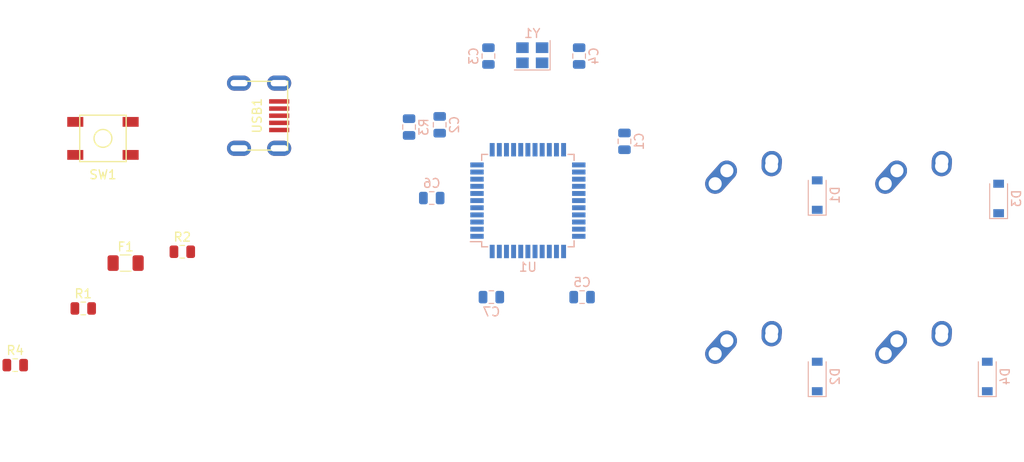
<source format=kicad_pcb>
(kicad_pcb (version 20171130) (host pcbnew "(5.1.4)-1")

  (general
    (thickness 1.6)
    (drawings 0)
    (tracks 0)
    (zones 0)
    (modules 24)
    (nets 49)
  )

  (page A4)
  (layers
    (0 F.Cu signal)
    (31 B.Cu signal)
    (32 B.Adhes user)
    (33 F.Adhes user)
    (34 B.Paste user)
    (35 F.Paste user)
    (36 B.SilkS user)
    (37 F.SilkS user)
    (38 B.Mask user)
    (39 F.Mask user)
    (40 Dwgs.User user)
    (41 Cmts.User user)
    (42 Eco1.User user)
    (43 Eco2.User user)
    (44 Edge.Cuts user)
    (45 Margin user)
    (46 B.CrtYd user)
    (47 F.CrtYd user)
    (48 B.Fab user)
    (49 F.Fab user)
  )

  (setup
    (last_trace_width 0.25)
    (trace_clearance 0.2)
    (zone_clearance 0.508)
    (zone_45_only no)
    (trace_min 0.2)
    (via_size 0.8)
    (via_drill 0.4)
    (via_min_size 0.4)
    (via_min_drill 0.3)
    (uvia_size 0.3)
    (uvia_drill 0.1)
    (uvias_allowed no)
    (uvia_min_size 0.2)
    (uvia_min_drill 0.1)
    (edge_width 0.05)
    (segment_width 0.2)
    (pcb_text_width 0.3)
    (pcb_text_size 1.5 1.5)
    (mod_edge_width 0.12)
    (mod_text_size 1 1)
    (mod_text_width 0.15)
    (pad_size 1.524 1.524)
    (pad_drill 0.762)
    (pad_to_mask_clearance 0.051)
    (solder_mask_min_width 0.25)
    (aux_axis_origin 0 0)
    (visible_elements FFFFFF7F)
    (pcbplotparams
      (layerselection 0x010fc_ffffffff)
      (usegerberextensions false)
      (usegerberattributes false)
      (usegerberadvancedattributes false)
      (creategerberjobfile false)
      (excludeedgelayer true)
      (linewidth 0.100000)
      (plotframeref false)
      (viasonmask false)
      (mode 1)
      (useauxorigin false)
      (hpglpennumber 1)
      (hpglpenspeed 20)
      (hpglpendiameter 15.000000)
      (psnegative false)
      (psa4output false)
      (plotreference true)
      (plotvalue true)
      (plotinvisibletext false)
      (padsonsilk false)
      (subtractmaskfromsilk false)
      (outputformat 1)
      (mirror false)
      (drillshape 1)
      (scaleselection 1)
      (outputdirectory ""))
  )

  (net 0 "")
  (net 1 GND)
  (net 2 +5V)
  (net 3 "Net-(C3-Pad1)")
  (net 4 "Net-(C4-Pad1)")
  (net 5 "Net-(C6-Pad1)")
  (net 6 "Net-(D1-Pad2)")
  (net 7 ROW0)
  (net 8 "Net-(D2-Pad2)")
  (net 9 ROW1)
  (net 10 "Net-(D3-Pad2)")
  (net 11 "Net-(D4-Pad2)")
  (net 12 VCC)
  (net 13 COL0)
  (net 14 COL1)
  (net 15 D-)
  (net 16 "Net-(R1-Pad1)")
  (net 17 D+)
  (net 18 "Net-(R2-Pad1)")
  (net 19 "Net-(R3-Pad2)")
  (net 20 "Net-(R4-Pad2)")
  (net 21 "Net-(U1-Pad42)")
  (net 22 "Net-(U1-Pad41)")
  (net 23 "Net-(U1-Pad40)")
  (net 24 "Net-(U1-Pad39)")
  (net 25 "Net-(U1-Pad38)")
  (net 26 "Net-(U1-Pad37)")
  (net 27 "Net-(U1-Pad36)")
  (net 28 "Net-(U1-Pad32)")
  (net 29 "Net-(U1-Pad31)")
  (net 30 "Net-(U1-Pad30)")
  (net 31 "Net-(U1-Pad29)")
  (net 32 "Net-(U1-Pad28)")
  (net 33 "Net-(U1-Pad27)")
  (net 34 "Net-(U1-Pad26)")
  (net 35 "Net-(U1-Pad25)")
  (net 36 "Net-(U1-Pad22)")
  (net 37 "Net-(U1-Pad21)")
  (net 38 "Net-(U1-Pad20)")
  (net 39 "Net-(U1-Pad19)")
  (net 40 "Net-(U1-Pad18)")
  (net 41 "Net-(U1-Pad12)")
  (net 42 "Net-(U1-Pad11)")
  (net 43 "Net-(U1-Pad10)")
  (net 44 "Net-(U1-Pad9)")
  (net 45 "Net-(U1-Pad8)")
  (net 46 "Net-(U1-Pad1)")
  (net 47 "Net-(USB1-Pad6)")
  (net 48 "Net-(USB1-Pad2)")

  (net_class Default "This is the default net class."
    (clearance 0.2)
    (trace_width 0.25)
    (via_dia 0.8)
    (via_drill 0.4)
    (uvia_dia 0.3)
    (uvia_drill 0.1)
    (add_net +5V)
    (add_net COL0)
    (add_net COL1)
    (add_net D+)
    (add_net D-)
    (add_net GND)
    (add_net "Net-(C3-Pad1)")
    (add_net "Net-(C4-Pad1)")
    (add_net "Net-(C6-Pad1)")
    (add_net "Net-(D1-Pad2)")
    (add_net "Net-(D2-Pad2)")
    (add_net "Net-(D3-Pad2)")
    (add_net "Net-(D4-Pad2)")
    (add_net "Net-(R1-Pad1)")
    (add_net "Net-(R2-Pad1)")
    (add_net "Net-(R3-Pad2)")
    (add_net "Net-(R4-Pad2)")
    (add_net "Net-(U1-Pad1)")
    (add_net "Net-(U1-Pad10)")
    (add_net "Net-(U1-Pad11)")
    (add_net "Net-(U1-Pad12)")
    (add_net "Net-(U1-Pad18)")
    (add_net "Net-(U1-Pad19)")
    (add_net "Net-(U1-Pad20)")
    (add_net "Net-(U1-Pad21)")
    (add_net "Net-(U1-Pad22)")
    (add_net "Net-(U1-Pad25)")
    (add_net "Net-(U1-Pad26)")
    (add_net "Net-(U1-Pad27)")
    (add_net "Net-(U1-Pad28)")
    (add_net "Net-(U1-Pad29)")
    (add_net "Net-(U1-Pad30)")
    (add_net "Net-(U1-Pad31)")
    (add_net "Net-(U1-Pad32)")
    (add_net "Net-(U1-Pad36)")
    (add_net "Net-(U1-Pad37)")
    (add_net "Net-(U1-Pad38)")
    (add_net "Net-(U1-Pad39)")
    (add_net "Net-(U1-Pad40)")
    (add_net "Net-(U1-Pad41)")
    (add_net "Net-(U1-Pad42)")
    (add_net "Net-(U1-Pad8)")
    (add_net "Net-(U1-Pad9)")
    (add_net "Net-(USB1-Pad2)")
    (add_net "Net-(USB1-Pad6)")
    (add_net ROW0)
    (add_net ROW1)
    (add_net VCC)
  )

  (module Crystal:Crystal_SMD_3225-4Pin_3.2x2.5mm (layer B.Cu) (tedit 5A0FD1B2) (tstamp 66A8E80D)
    (at 159.85 46.57 180)
    (descr "SMD Crystal SERIES SMD3225/4 http://www.txccrystal.com/images/pdf/7m-accuracy.pdf, 3.2x2.5mm^2 package")
    (tags "SMD SMT crystal")
    (path /66AA5CD2)
    (attr smd)
    (fp_text reference Y1 (at 0 2.45) (layer B.SilkS)
      (effects (font (size 1 1) (thickness 0.15)) (justify mirror))
    )
    (fp_text value 16MHz (at 0 -2.45) (layer B.Fab)
      (effects (font (size 1 1) (thickness 0.15)) (justify mirror))
    )
    (fp_line (start 2.1 1.7) (end -2.1 1.7) (layer B.CrtYd) (width 0.05))
    (fp_line (start 2.1 -1.7) (end 2.1 1.7) (layer B.CrtYd) (width 0.05))
    (fp_line (start -2.1 -1.7) (end 2.1 -1.7) (layer B.CrtYd) (width 0.05))
    (fp_line (start -2.1 1.7) (end -2.1 -1.7) (layer B.CrtYd) (width 0.05))
    (fp_line (start -2 -1.65) (end 2 -1.65) (layer B.SilkS) (width 0.12))
    (fp_line (start -2 1.65) (end -2 -1.65) (layer B.SilkS) (width 0.12))
    (fp_line (start -1.6 -0.25) (end -0.6 -1.25) (layer B.Fab) (width 0.1))
    (fp_line (start 1.6 1.25) (end -1.6 1.25) (layer B.Fab) (width 0.1))
    (fp_line (start 1.6 -1.25) (end 1.6 1.25) (layer B.Fab) (width 0.1))
    (fp_line (start -1.6 -1.25) (end 1.6 -1.25) (layer B.Fab) (width 0.1))
    (fp_line (start -1.6 1.25) (end -1.6 -1.25) (layer B.Fab) (width 0.1))
    (fp_text user %R (at 0 0) (layer B.Fab)
      (effects (font (size 0.7 0.7) (thickness 0.105)) (justify mirror))
    )
    (pad 4 smd rect (at -1.1 0.85 180) (size 1.4 1.2) (layers B.Cu B.Paste B.Mask)
      (net 1 GND))
    (pad 3 smd rect (at 1.1 0.85 180) (size 1.4 1.2) (layers B.Cu B.Paste B.Mask)
      (net 4 "Net-(C4-Pad1)"))
    (pad 2 smd rect (at 1.1 -0.85 180) (size 1.4 1.2) (layers B.Cu B.Paste B.Mask)
      (net 1 GND))
    (pad 1 smd rect (at -1.1 -0.85 180) (size 1.4 1.2) (layers B.Cu B.Paste B.Mask)
      (net 3 "Net-(C3-Pad1)"))
    (model ${KISYS3DMOD}/Crystal.3dshapes/Crystal_SMD_3225-4Pin_3.2x2.5mm.wrl
      (at (xyz 0 0 0))
      (scale (xyz 1 1 1))
      (rotate (xyz 0 0 0))
    )
  )

  (module random-keyboard-parts:Molex-0548190589 (layer F.Cu) (tedit 5C494815) (tstamp 66A8E7F9)
    (at 127 53.34)
    (path /66AB82C3)
    (attr smd)
    (fp_text reference USB1 (at 2.032 0 90) (layer F.SilkS)
      (effects (font (size 1 1) (thickness 0.15)))
    )
    (fp_text value Molex-0548190589 (at -5.08 0 90) (layer Dwgs.User)
      (effects (font (size 1 1) (thickness 0.15)))
    )
    (fp_text user %R (at 2 0 90) (layer F.CrtYd)
      (effects (font (size 1 1) (thickness 0.15)))
    )
    (fp_line (start 3.25 -1.25) (end 5.5 -1.25) (layer F.CrtYd) (width 0.15))
    (fp_line (start 5.5 -0.5) (end 3.25 -0.5) (layer F.CrtYd) (width 0.15))
    (fp_line (start 3.25 0.5) (end 5.5 0.5) (layer F.CrtYd) (width 0.15))
    (fp_line (start 5.5 1.25) (end 3.25 1.25) (layer F.CrtYd) (width 0.15))
    (fp_line (start 3.25 2) (end 5.5 2) (layer F.CrtYd) (width 0.15))
    (fp_line (start 3.25 -2) (end 3.25 2) (layer F.CrtYd) (width 0.15))
    (fp_line (start 5.5 -2) (end 3.25 -2) (layer F.CrtYd) (width 0.15))
    (fp_line (start -3.75 3.75) (end -3.75 -3.75) (layer F.CrtYd) (width 0.15))
    (fp_line (start 5.5 3.75) (end -3.75 3.75) (layer F.CrtYd) (width 0.15))
    (fp_line (start 5.5 -3.75) (end 5.5 3.75) (layer F.CrtYd) (width 0.15))
    (fp_line (start -3.75 -3.75) (end 5.5 -3.75) (layer F.CrtYd) (width 0.15))
    (fp_line (start 0 -3.85) (end 5.45 -3.85) (layer F.SilkS) (width 0.15))
    (fp_line (start 0 3.85) (end 5.45 3.85) (layer F.SilkS) (width 0.15))
    (fp_line (start 5.45 -3.85) (end 5.45 3.85) (layer F.SilkS) (width 0.15))
    (fp_line (start -3.75 -3.85) (end 0 -3.85) (layer Dwgs.User) (width 0.15))
    (fp_line (start -3.75 3.85) (end 0 3.85) (layer Dwgs.User) (width 0.15))
    (fp_line (start -1.75 -4.572) (end -1.75 4.572) (layer Dwgs.User) (width 0.15))
    (fp_line (start -3.75 -3.85) (end -3.75 3.85) (layer Dwgs.User) (width 0.15))
    (pad 6 thru_hole oval (at 0 -3.65) (size 2.7 1.7) (drill oval 1.9 0.7) (layers *.Cu *.Mask)
      (net 47 "Net-(USB1-Pad6)"))
    (pad 6 thru_hole oval (at 0 3.65) (size 2.7 1.7) (drill oval 1.9 0.7) (layers *.Cu *.Mask)
      (net 47 "Net-(USB1-Pad6)"))
    (pad 6 thru_hole oval (at 4.5 3.65) (size 2.7 1.7) (drill oval 1.9 0.7) (layers *.Cu *.Mask)
      (net 47 "Net-(USB1-Pad6)"))
    (pad 6 thru_hole oval (at 4.5 -3.65) (size 2.7 1.7) (drill oval 1.9 0.7) (layers *.Cu *.Mask)
      (net 47 "Net-(USB1-Pad6)"))
    (pad 5 smd rect (at 4.5 -1.6) (size 2.25 0.5) (layers F.Cu F.Paste F.Mask)
      (net 12 VCC))
    (pad 4 smd rect (at 4.5 -0.8) (size 2.25 0.5) (layers F.Cu F.Paste F.Mask)
      (net 15 D-))
    (pad 3 smd rect (at 4.5 0) (size 2.25 0.5) (layers F.Cu F.Paste F.Mask)
      (net 17 D+))
    (pad 2 smd rect (at 4.5 0.8) (size 2.25 0.5) (layers F.Cu F.Paste F.Mask)
      (net 48 "Net-(USB1-Pad2)"))
    (pad 1 smd rect (at 4.5 1.6) (size 2.25 0.5) (layers F.Cu F.Paste F.Mask)
      (net 1 GND))
  )

  (module Package_QFP:TQFP-44_10x10mm_P0.8mm (layer B.Cu) (tedit 5A02F146) (tstamp 66A8E7D9)
    (at 159.36 62.85)
    (descr "44-Lead Plastic Thin Quad Flatpack (PT) - 10x10x1.0 mm Body [TQFP] (see Microchip Packaging Specification 00000049BS.pdf)")
    (tags "QFP 0.8")
    (path /66A88D70)
    (attr smd)
    (fp_text reference U1 (at 0 7.45) (layer B.SilkS)
      (effects (font (size 1 1) (thickness 0.15)) (justify mirror))
    )
    (fp_text value ATmega32U4-AU (at 0 -7.45) (layer B.Fab)
      (effects (font (size 1 1) (thickness 0.15)) (justify mirror))
    )
    (fp_line (start -5.175 4.6) (end -6.45 4.6) (layer B.SilkS) (width 0.15))
    (fp_line (start 5.175 5.175) (end 4.5 5.175) (layer B.SilkS) (width 0.15))
    (fp_line (start 5.175 -5.175) (end 4.5 -5.175) (layer B.SilkS) (width 0.15))
    (fp_line (start -5.175 -5.175) (end -4.5 -5.175) (layer B.SilkS) (width 0.15))
    (fp_line (start -5.175 5.175) (end -4.5 5.175) (layer B.SilkS) (width 0.15))
    (fp_line (start -5.175 -5.175) (end -5.175 -4.5) (layer B.SilkS) (width 0.15))
    (fp_line (start 5.175 -5.175) (end 5.175 -4.5) (layer B.SilkS) (width 0.15))
    (fp_line (start 5.175 5.175) (end 5.175 4.5) (layer B.SilkS) (width 0.15))
    (fp_line (start -5.175 5.175) (end -5.175 4.6) (layer B.SilkS) (width 0.15))
    (fp_line (start -6.7 -6.7) (end 6.7 -6.7) (layer B.CrtYd) (width 0.05))
    (fp_line (start -6.7 6.7) (end 6.7 6.7) (layer B.CrtYd) (width 0.05))
    (fp_line (start 6.7 6.7) (end 6.7 -6.7) (layer B.CrtYd) (width 0.05))
    (fp_line (start -6.7 6.7) (end -6.7 -6.7) (layer B.CrtYd) (width 0.05))
    (fp_line (start -5 4) (end -4 5) (layer B.Fab) (width 0.15))
    (fp_line (start -5 -5) (end -5 4) (layer B.Fab) (width 0.15))
    (fp_line (start 5 -5) (end -5 -5) (layer B.Fab) (width 0.15))
    (fp_line (start 5 5) (end 5 -5) (layer B.Fab) (width 0.15))
    (fp_line (start -4 5) (end 5 5) (layer B.Fab) (width 0.15))
    (fp_text user %R (at 0 0) (layer B.Fab)
      (effects (font (size 1 1) (thickness 0.15)) (justify mirror))
    )
    (pad 44 smd rect (at -4 5.7 270) (size 1.5 0.55) (layers B.Cu B.Paste B.Mask)
      (net 2 +5V))
    (pad 43 smd rect (at -3.2 5.7 270) (size 1.5 0.55) (layers B.Cu B.Paste B.Mask)
      (net 1 GND))
    (pad 42 smd rect (at -2.4 5.7 270) (size 1.5 0.55) (layers B.Cu B.Paste B.Mask)
      (net 21 "Net-(U1-Pad42)"))
    (pad 41 smd rect (at -1.6 5.7 270) (size 1.5 0.55) (layers B.Cu B.Paste B.Mask)
      (net 22 "Net-(U1-Pad41)"))
    (pad 40 smd rect (at -0.8 5.7 270) (size 1.5 0.55) (layers B.Cu B.Paste B.Mask)
      (net 23 "Net-(U1-Pad40)"))
    (pad 39 smd rect (at 0 5.7 270) (size 1.5 0.55) (layers B.Cu B.Paste B.Mask)
      (net 24 "Net-(U1-Pad39)"))
    (pad 38 smd rect (at 0.8 5.7 270) (size 1.5 0.55) (layers B.Cu B.Paste B.Mask)
      (net 25 "Net-(U1-Pad38)"))
    (pad 37 smd rect (at 1.6 5.7 270) (size 1.5 0.55) (layers B.Cu B.Paste B.Mask)
      (net 26 "Net-(U1-Pad37)"))
    (pad 36 smd rect (at 2.4 5.7 270) (size 1.5 0.55) (layers B.Cu B.Paste B.Mask)
      (net 27 "Net-(U1-Pad36)"))
    (pad 35 smd rect (at 3.2 5.7 270) (size 1.5 0.55) (layers B.Cu B.Paste B.Mask)
      (net 1 GND))
    (pad 34 smd rect (at 4 5.7 270) (size 1.5 0.55) (layers B.Cu B.Paste B.Mask)
      (net 2 +5V))
    (pad 33 smd rect (at 5.7 4) (size 1.5 0.55) (layers B.Cu B.Paste B.Mask)
      (net 20 "Net-(R4-Pad2)"))
    (pad 32 smd rect (at 5.7 3.2) (size 1.5 0.55) (layers B.Cu B.Paste B.Mask)
      (net 28 "Net-(U1-Pad32)"))
    (pad 31 smd rect (at 5.7 2.4) (size 1.5 0.55) (layers B.Cu B.Paste B.Mask)
      (net 29 "Net-(U1-Pad31)"))
    (pad 30 smd rect (at 5.7 1.6) (size 1.5 0.55) (layers B.Cu B.Paste B.Mask)
      (net 30 "Net-(U1-Pad30)"))
    (pad 29 smd rect (at 5.7 0.8) (size 1.5 0.55) (layers B.Cu B.Paste B.Mask)
      (net 31 "Net-(U1-Pad29)"))
    (pad 28 smd rect (at 5.7 0) (size 1.5 0.55) (layers B.Cu B.Paste B.Mask)
      (net 32 "Net-(U1-Pad28)"))
    (pad 27 smd rect (at 5.7 -0.8) (size 1.5 0.55) (layers B.Cu B.Paste B.Mask)
      (net 33 "Net-(U1-Pad27)"))
    (pad 26 smd rect (at 5.7 -1.6) (size 1.5 0.55) (layers B.Cu B.Paste B.Mask)
      (net 34 "Net-(U1-Pad26)"))
    (pad 25 smd rect (at 5.7 -2.4) (size 1.5 0.55) (layers B.Cu B.Paste B.Mask)
      (net 35 "Net-(U1-Pad25)"))
    (pad 24 smd rect (at 5.7 -3.2) (size 1.5 0.55) (layers B.Cu B.Paste B.Mask)
      (net 2 +5V))
    (pad 23 smd rect (at 5.7 -4) (size 1.5 0.55) (layers B.Cu B.Paste B.Mask)
      (net 1 GND))
    (pad 22 smd rect (at 4 -5.7 270) (size 1.5 0.55) (layers B.Cu B.Paste B.Mask)
      (net 36 "Net-(U1-Pad22)"))
    (pad 21 smd rect (at 3.2 -5.7 270) (size 1.5 0.55) (layers B.Cu B.Paste B.Mask)
      (net 37 "Net-(U1-Pad21)"))
    (pad 20 smd rect (at 2.4 -5.7 270) (size 1.5 0.55) (layers B.Cu B.Paste B.Mask)
      (net 38 "Net-(U1-Pad20)"))
    (pad 19 smd rect (at 1.6 -5.7 270) (size 1.5 0.55) (layers B.Cu B.Paste B.Mask)
      (net 39 "Net-(U1-Pad19)"))
    (pad 18 smd rect (at 0.8 -5.7 270) (size 1.5 0.55) (layers B.Cu B.Paste B.Mask)
      (net 40 "Net-(U1-Pad18)"))
    (pad 17 smd rect (at 0 -5.7 270) (size 1.5 0.55) (layers B.Cu B.Paste B.Mask)
      (net 3 "Net-(C3-Pad1)"))
    (pad 16 smd rect (at -0.8 -5.7 270) (size 1.5 0.55) (layers B.Cu B.Paste B.Mask)
      (net 4 "Net-(C4-Pad1)"))
    (pad 15 smd rect (at -1.6 -5.7 270) (size 1.5 0.55) (layers B.Cu B.Paste B.Mask)
      (net 1 GND))
    (pad 14 smd rect (at -2.4 -5.7 270) (size 1.5 0.55) (layers B.Cu B.Paste B.Mask)
      (net 2 +5V))
    (pad 13 smd rect (at -3.2 -5.7 270) (size 1.5 0.55) (layers B.Cu B.Paste B.Mask)
      (net 19 "Net-(R3-Pad2)"))
    (pad 12 smd rect (at -4 -5.7 270) (size 1.5 0.55) (layers B.Cu B.Paste B.Mask)
      (net 41 "Net-(U1-Pad12)"))
    (pad 11 smd rect (at -5.7 -4) (size 1.5 0.55) (layers B.Cu B.Paste B.Mask)
      (net 42 "Net-(U1-Pad11)"))
    (pad 10 smd rect (at -5.7 -3.2) (size 1.5 0.55) (layers B.Cu B.Paste B.Mask)
      (net 43 "Net-(U1-Pad10)"))
    (pad 9 smd rect (at -5.7 -2.4) (size 1.5 0.55) (layers B.Cu B.Paste B.Mask)
      (net 44 "Net-(U1-Pad9)"))
    (pad 8 smd rect (at -5.7 -1.6) (size 1.5 0.55) (layers B.Cu B.Paste B.Mask)
      (net 45 "Net-(U1-Pad8)"))
    (pad 7 smd rect (at -5.7 -0.8) (size 1.5 0.55) (layers B.Cu B.Paste B.Mask)
      (net 2 +5V))
    (pad 6 smd rect (at -5.7 0) (size 1.5 0.55) (layers B.Cu B.Paste B.Mask)
      (net 5 "Net-(C6-Pad1)"))
    (pad 5 smd rect (at -5.7 0.8) (size 1.5 0.55) (layers B.Cu B.Paste B.Mask)
      (net 1 GND))
    (pad 4 smd rect (at -5.7 1.6) (size 1.5 0.55) (layers B.Cu B.Paste B.Mask)
      (net 18 "Net-(R2-Pad1)"))
    (pad 3 smd rect (at -5.7 2.4) (size 1.5 0.55) (layers B.Cu B.Paste B.Mask)
      (net 16 "Net-(R1-Pad1)"))
    (pad 2 smd rect (at -5.7 3.2) (size 1.5 0.55) (layers B.Cu B.Paste B.Mask)
      (net 2 +5V))
    (pad 1 smd rect (at -5.7 4) (size 1.5 0.55) (layers B.Cu B.Paste B.Mask)
      (net 46 "Net-(U1-Pad1)"))
    (model ${KISYS3DMOD}/Package_QFP.3dshapes/TQFP-44_10x10mm_P0.8mm.wrl
      (at (xyz 0 0 0))
      (scale (xyz 1 1 1))
      (rotate (xyz 0 0 0))
    )
  )

  (module random-keyboard-parts:SKQG-1155865 (layer F.Cu) (tedit 5E62B398) (tstamp 66A8E796)
    (at 111.76 55.88)
    (path /66AB041C)
    (attr smd)
    (fp_text reference SW1 (at 0 4.064) (layer F.SilkS)
      (effects (font (size 1 1) (thickness 0.15)))
    )
    (fp_text value SW_Push (at 0 -4.064) (layer F.Fab)
      (effects (font (size 1 1) (thickness 0.15)))
    )
    (fp_line (start -2.6 -2.6) (end 2.6 -2.6) (layer F.SilkS) (width 0.15))
    (fp_line (start 2.6 -2.6) (end 2.6 2.6) (layer F.SilkS) (width 0.15))
    (fp_line (start 2.6 2.6) (end -2.6 2.6) (layer F.SilkS) (width 0.15))
    (fp_line (start -2.6 2.6) (end -2.6 -2.6) (layer F.SilkS) (width 0.15))
    (fp_circle (center 0 0) (end 1 0) (layer F.SilkS) (width 0.15))
    (fp_line (start -4.2 -2.6) (end 4.2 -2.6) (layer F.Fab) (width 0.15))
    (fp_line (start 4.2 -2.6) (end 4.2 -1.2) (layer F.Fab) (width 0.15))
    (fp_line (start 4.2 -1.1) (end 2.6 -1.1) (layer F.Fab) (width 0.15))
    (fp_line (start 2.6 -1.1) (end 2.6 1.1) (layer F.Fab) (width 0.15))
    (fp_line (start 2.6 1.1) (end 4.2 1.1) (layer F.Fab) (width 0.15))
    (fp_line (start 4.2 1.1) (end 4.2 2.6) (layer F.Fab) (width 0.15))
    (fp_line (start 4.2 2.6) (end -4.2 2.6) (layer F.Fab) (width 0.15))
    (fp_line (start -4.2 2.6) (end -4.2 1.1) (layer F.Fab) (width 0.15))
    (fp_line (start -4.2 1.1) (end -2.6 1.1) (layer F.Fab) (width 0.15))
    (fp_line (start -2.6 1.1) (end -2.6 -1.1) (layer F.Fab) (width 0.15))
    (fp_line (start -2.6 -1.1) (end -4.2 -1.1) (layer F.Fab) (width 0.15))
    (fp_line (start -4.2 -1.1) (end -4.2 -2.6) (layer F.Fab) (width 0.15))
    (fp_circle (center 0 0) (end 1 0) (layer F.Fab) (width 0.15))
    (fp_line (start -2.6 -1.1) (end -1.1 -2.6) (layer F.Fab) (width 0.15))
    (fp_line (start 2.6 -1.1) (end 1.1 -2.6) (layer F.Fab) (width 0.15))
    (fp_line (start 2.6 1.1) (end 1.1 2.6) (layer F.Fab) (width 0.15))
    (fp_line (start -2.6 1.1) (end -1.1 2.6) (layer F.Fab) (width 0.15))
    (pad 4 smd rect (at -3.1 1.85) (size 1.8 1.1) (layers F.Cu F.Paste F.Mask))
    (pad 3 smd rect (at 3.1 -1.85) (size 1.8 1.1) (layers F.Cu F.Paste F.Mask))
    (pad 2 smd rect (at -3.1 -1.85) (size 1.8 1.1) (layers F.Cu F.Paste F.Mask)
      (net 19 "Net-(R3-Pad2)"))
    (pad 1 smd rect (at 3.1 1.85) (size 1.8 1.1) (layers F.Cu F.Paste F.Mask)
      (net 1 GND))
    (model ${KISYS3DMOD}/Button_Switch_SMD.3dshapes/SW_SPST_TL3342.step
      (at (xyz 0 0 0))
      (scale (xyz 1 1 1))
      (rotate (xyz 0 0 0))
    )
  )

  (module Resistor_SMD:R_0805_2012Metric (layer F.Cu) (tedit 5B36C52B) (tstamp 66A8E778)
    (at 101.9325 81.28)
    (descr "Resistor SMD 0805 (2012 Metric), square (rectangular) end terminal, IPC_7351 nominal, (Body size source: https://docs.google.com/spreadsheets/d/1BsfQQcO9C6DZCsRaXUlFlo91Tg2WpOkGARC1WS5S8t0/edit?usp=sharing), generated with kicad-footprint-generator")
    (tags resistor)
    (path /66A94B6E)
    (attr smd)
    (fp_text reference R4 (at 0 -1.65) (layer F.SilkS)
      (effects (font (size 1 1) (thickness 0.15)))
    )
    (fp_text value 10k (at 0 1.65) (layer F.Fab)
      (effects (font (size 1 1) (thickness 0.15)))
    )
    (fp_text user %R (at 0 0) (layer F.Fab)
      (effects (font (size 0.5 0.5) (thickness 0.08)))
    )
    (fp_line (start 1.68 0.95) (end -1.68 0.95) (layer F.CrtYd) (width 0.05))
    (fp_line (start 1.68 -0.95) (end 1.68 0.95) (layer F.CrtYd) (width 0.05))
    (fp_line (start -1.68 -0.95) (end 1.68 -0.95) (layer F.CrtYd) (width 0.05))
    (fp_line (start -1.68 0.95) (end -1.68 -0.95) (layer F.CrtYd) (width 0.05))
    (fp_line (start -0.258578 0.71) (end 0.258578 0.71) (layer F.SilkS) (width 0.12))
    (fp_line (start -0.258578 -0.71) (end 0.258578 -0.71) (layer F.SilkS) (width 0.12))
    (fp_line (start 1 0.6) (end -1 0.6) (layer F.Fab) (width 0.1))
    (fp_line (start 1 -0.6) (end 1 0.6) (layer F.Fab) (width 0.1))
    (fp_line (start -1 -0.6) (end 1 -0.6) (layer F.Fab) (width 0.1))
    (fp_line (start -1 0.6) (end -1 -0.6) (layer F.Fab) (width 0.1))
    (pad 2 smd roundrect (at 0.9375 0) (size 0.975 1.4) (layers F.Cu F.Paste F.Mask) (roundrect_rratio 0.25)
      (net 20 "Net-(R4-Pad2)"))
    (pad 1 smd roundrect (at -0.9375 0) (size 0.975 1.4) (layers F.Cu F.Paste F.Mask) (roundrect_rratio 0.25)
      (net 1 GND))
    (model ${KISYS3DMOD}/Resistor_SMD.3dshapes/R_0805_2012Metric.wrl
      (at (xyz 0 0 0))
      (scale (xyz 1 1 1))
      (rotate (xyz 0 0 0))
    )
  )

  (module Resistor_SMD:R_0805_2012Metric (layer B.Cu) (tedit 5B36C52B) (tstamp 66A8E767)
    (at 146.05 54.61 90)
    (descr "Resistor SMD 0805 (2012 Metric), square (rectangular) end terminal, IPC_7351 nominal, (Body size source: https://docs.google.com/spreadsheets/d/1BsfQQcO9C6DZCsRaXUlFlo91Tg2WpOkGARC1WS5S8t0/edit?usp=sharing), generated with kicad-footprint-generator")
    (tags resistor)
    (path /66AB2DA8)
    (attr smd)
    (fp_text reference R3 (at 0 1.65 270) (layer B.SilkS)
      (effects (font (size 1 1) (thickness 0.15)) (justify mirror))
    )
    (fp_text value 10k (at 0 -1.65 270) (layer B.Fab)
      (effects (font (size 1 1) (thickness 0.15)) (justify mirror))
    )
    (fp_text user %R (at -2.090001 0.6 270) (layer B.Fab)
      (effects (font (size 0.5 0.5) (thickness 0.08)) (justify mirror))
    )
    (fp_line (start 1.68 -0.95) (end -1.68 -0.95) (layer B.CrtYd) (width 0.05))
    (fp_line (start 1.68 0.95) (end 1.68 -0.95) (layer B.CrtYd) (width 0.05))
    (fp_line (start -1.68 0.95) (end 1.68 0.95) (layer B.CrtYd) (width 0.05))
    (fp_line (start -1.68 -0.95) (end -1.68 0.95) (layer B.CrtYd) (width 0.05))
    (fp_line (start -0.258578 -0.71) (end 0.258578 -0.71) (layer B.SilkS) (width 0.12))
    (fp_line (start -0.258578 0.71) (end 0.258578 0.71) (layer B.SilkS) (width 0.12))
    (fp_line (start 1 -0.6) (end -1 -0.6) (layer B.Fab) (width 0.1))
    (fp_line (start 1 0.6) (end 1 -0.6) (layer B.Fab) (width 0.1))
    (fp_line (start -1 0.6) (end 1 0.6) (layer B.Fab) (width 0.1))
    (fp_line (start -1 -0.6) (end -1 0.6) (layer B.Fab) (width 0.1))
    (pad 2 smd roundrect (at 0.9375 0 90) (size 0.975 1.4) (layers B.Cu B.Paste B.Mask) (roundrect_rratio 0.25)
      (net 19 "Net-(R3-Pad2)"))
    (pad 1 smd roundrect (at -0.9375 0 90) (size 0.975 1.4) (layers B.Cu B.Paste B.Mask) (roundrect_rratio 0.25)
      (net 2 +5V))
    (model ${KISYS3DMOD}/Resistor_SMD.3dshapes/R_0805_2012Metric.wrl
      (at (xyz 0 0 0))
      (scale (xyz 1 1 1))
      (rotate (xyz 0 0 0))
    )
  )

  (module Resistor_SMD:R_0805_2012Metric (layer F.Cu) (tedit 5B36C52B) (tstamp 66A8E756)
    (at 120.65 68.58)
    (descr "Resistor SMD 0805 (2012 Metric), square (rectangular) end terminal, IPC_7351 nominal, (Body size source: https://docs.google.com/spreadsheets/d/1BsfQQcO9C6DZCsRaXUlFlo91Tg2WpOkGARC1WS5S8t0/edit?usp=sharing), generated with kicad-footprint-generator")
    (tags resistor)
    (path /66A9666A)
    (attr smd)
    (fp_text reference R2 (at 0 -1.65) (layer F.SilkS)
      (effects (font (size 1 1) (thickness 0.15)))
    )
    (fp_text value 22k (at 0 1.65) (layer F.Fab)
      (effects (font (size 1 1) (thickness 0.15)))
    )
    (fp_text user %R (at 0 0) (layer F.Fab)
      (effects (font (size 0.5 0.5) (thickness 0.08)))
    )
    (fp_line (start 1.68 0.95) (end -1.68 0.95) (layer F.CrtYd) (width 0.05))
    (fp_line (start 1.68 -0.95) (end 1.68 0.95) (layer F.CrtYd) (width 0.05))
    (fp_line (start -1.68 -0.95) (end 1.68 -0.95) (layer F.CrtYd) (width 0.05))
    (fp_line (start -1.68 0.95) (end -1.68 -0.95) (layer F.CrtYd) (width 0.05))
    (fp_line (start -0.258578 0.71) (end 0.258578 0.71) (layer F.SilkS) (width 0.12))
    (fp_line (start -0.258578 -0.71) (end 0.258578 -0.71) (layer F.SilkS) (width 0.12))
    (fp_line (start 1 0.6) (end -1 0.6) (layer F.Fab) (width 0.1))
    (fp_line (start 1 -0.6) (end 1 0.6) (layer F.Fab) (width 0.1))
    (fp_line (start -1 -0.6) (end 1 -0.6) (layer F.Fab) (width 0.1))
    (fp_line (start -1 0.6) (end -1 -0.6) (layer F.Fab) (width 0.1))
    (pad 2 smd roundrect (at 0.9375 0) (size 0.975 1.4) (layers F.Cu F.Paste F.Mask) (roundrect_rratio 0.25)
      (net 17 D+))
    (pad 1 smd roundrect (at -0.9375 0) (size 0.975 1.4) (layers F.Cu F.Paste F.Mask) (roundrect_rratio 0.25)
      (net 18 "Net-(R2-Pad1)"))
    (model ${KISYS3DMOD}/Resistor_SMD.3dshapes/R_0805_2012Metric.wrl
      (at (xyz 0 0 0))
      (scale (xyz 1 1 1))
      (rotate (xyz 0 0 0))
    )
  )

  (module Resistor_SMD:R_0805_2012Metric (layer F.Cu) (tedit 5B36C52B) (tstamp 66A8E745)
    (at 109.5525 74.93)
    (descr "Resistor SMD 0805 (2012 Metric), square (rectangular) end terminal, IPC_7351 nominal, (Body size source: https://docs.google.com/spreadsheets/d/1BsfQQcO9C6DZCsRaXUlFlo91Tg2WpOkGARC1WS5S8t0/edit?usp=sharing), generated with kicad-footprint-generator")
    (tags resistor)
    (path /66A96F1E)
    (attr smd)
    (fp_text reference R1 (at 0 -1.65) (layer F.SilkS)
      (effects (font (size 1 1) (thickness 0.15)))
    )
    (fp_text value 22k (at 0 1.65) (layer F.Fab)
      (effects (font (size 1 1) (thickness 0.15)))
    )
    (fp_text user %R (at 0.9375 0) (layer F.Fab)
      (effects (font (size 0.5 0.5) (thickness 0.08)))
    )
    (fp_line (start 1.68 0.95) (end -1.68 0.95) (layer F.CrtYd) (width 0.05))
    (fp_line (start 1.68 -0.95) (end 1.68 0.95) (layer F.CrtYd) (width 0.05))
    (fp_line (start -1.68 -0.95) (end 1.68 -0.95) (layer F.CrtYd) (width 0.05))
    (fp_line (start -1.68 0.95) (end -1.68 -0.95) (layer F.CrtYd) (width 0.05))
    (fp_line (start -0.258578 0.71) (end 0.258578 0.71) (layer F.SilkS) (width 0.12))
    (fp_line (start -0.258578 -0.71) (end 0.258578 -0.71) (layer F.SilkS) (width 0.12))
    (fp_line (start 1 0.6) (end -1 0.6) (layer F.Fab) (width 0.1))
    (fp_line (start 1 -0.6) (end 1 0.6) (layer F.Fab) (width 0.1))
    (fp_line (start -1 -0.6) (end 1 -0.6) (layer F.Fab) (width 0.1))
    (fp_line (start -1 0.6) (end -1 -0.6) (layer F.Fab) (width 0.1))
    (pad 2 smd roundrect (at 0.9375 0) (size 0.975 1.4) (layers F.Cu F.Paste F.Mask) (roundrect_rratio 0.25)
      (net 15 D-))
    (pad 1 smd roundrect (at -0.9375 0) (size 0.975 1.4) (layers F.Cu F.Paste F.Mask) (roundrect_rratio 0.25)
      (net 16 "Net-(R1-Pad1)"))
    (model ${KISYS3DMOD}/Resistor_SMD.3dshapes/R_0805_2012Metric.wrl
      (at (xyz 0 0 0))
      (scale (xyz 1 1 1))
      (rotate (xyz 0 0 0))
    )
  )

  (module MX_Alps_Hybrid:MX-1U-NoLED (layer F.Cu) (tedit 5A9F5203) (tstamp 66A8E734)
    (at 203.2 63.5)
    (path /66ACF011)
    (fp_text reference MX4 (at 0 3.175) (layer Dwgs.User)
      (effects (font (size 1 1) (thickness 0.15)))
    )
    (fp_text value MX-NoLED (at 0 -7.9375) (layer Dwgs.User)
      (effects (font (size 1 1) (thickness 0.15)))
    )
    (fp_line (start -9.525 9.525) (end -9.525 -9.525) (layer Dwgs.User) (width 0.15))
    (fp_line (start 9.525 9.525) (end -9.525 9.525) (layer Dwgs.User) (width 0.15))
    (fp_line (start 9.525 -9.525) (end 9.525 9.525) (layer Dwgs.User) (width 0.15))
    (fp_line (start -9.525 -9.525) (end 9.525 -9.525) (layer Dwgs.User) (width 0.15))
    (fp_line (start -7 -7) (end -7 -5) (layer Dwgs.User) (width 0.15))
    (fp_line (start -5 -7) (end -7 -7) (layer Dwgs.User) (width 0.15))
    (fp_line (start -7 7) (end -5 7) (layer Dwgs.User) (width 0.15))
    (fp_line (start -7 5) (end -7 7) (layer Dwgs.User) (width 0.15))
    (fp_line (start 7 7) (end 7 5) (layer Dwgs.User) (width 0.15))
    (fp_line (start 5 7) (end 7 7) (layer Dwgs.User) (width 0.15))
    (fp_line (start 7 -7) (end 7 -5) (layer Dwgs.User) (width 0.15))
    (fp_line (start 5 -7) (end 7 -7) (layer Dwgs.User) (width 0.15))
    (pad "" np_thru_hole circle (at 5.08 0 48.0996) (size 1.75 1.75) (drill 1.75) (layers *.Cu *.Mask))
    (pad "" np_thru_hole circle (at -5.08 0 48.0996) (size 1.75 1.75) (drill 1.75) (layers *.Cu *.Mask))
    (pad 1 thru_hole circle (at -2.5 -4) (size 2.25 2.25) (drill 1.47) (layers *.Cu B.Mask)
      (net 14 COL1))
    (pad "" np_thru_hole circle (at 0 0) (size 3.9878 3.9878) (drill 3.9878) (layers *.Cu *.Mask))
    (pad 1 thru_hole oval (at -3.81 -2.54 48.0996) (size 4.211556 2.25) (drill 1.47 (offset 0.980778 0)) (layers *.Cu B.Mask)
      (net 14 COL1))
    (pad 2 thru_hole circle (at 2.54 -5.08) (size 2.25 2.25) (drill 1.47) (layers *.Cu B.Mask)
      (net 11 "Net-(D4-Pad2)"))
    (pad 2 thru_hole oval (at 2.5 -4.5 86.0548) (size 2.831378 2.25) (drill 1.47 (offset 0.290689 0)) (layers *.Cu B.Mask)
      (net 11 "Net-(D4-Pad2)"))
  )

  (module MX_Alps_Hybrid:MX-1U-NoLED (layer F.Cu) (tedit 5A9F5203) (tstamp 66A8E71D)
    (at 203.2 82.55)
    (path /66ACC2BF)
    (fp_text reference MX3 (at 0 3.175) (layer Dwgs.User)
      (effects (font (size 1 1) (thickness 0.15)))
    )
    (fp_text value MX-NoLED (at 0 -7.9375) (layer Dwgs.User)
      (effects (font (size 1 1) (thickness 0.15)))
    )
    (fp_line (start -9.525 9.525) (end -9.525 -9.525) (layer Dwgs.User) (width 0.15))
    (fp_line (start 9.525 9.525) (end -9.525 9.525) (layer Dwgs.User) (width 0.15))
    (fp_line (start 9.525 -9.525) (end 9.525 9.525) (layer Dwgs.User) (width 0.15))
    (fp_line (start -9.525 -9.525) (end 9.525 -9.525) (layer Dwgs.User) (width 0.15))
    (fp_line (start -7 -7) (end -7 -5) (layer Dwgs.User) (width 0.15))
    (fp_line (start -5 -7) (end -7 -7) (layer Dwgs.User) (width 0.15))
    (fp_line (start -7 7) (end -5 7) (layer Dwgs.User) (width 0.15))
    (fp_line (start -7 5) (end -7 7) (layer Dwgs.User) (width 0.15))
    (fp_line (start 7 7) (end 7 5) (layer Dwgs.User) (width 0.15))
    (fp_line (start 5 7) (end 7 7) (layer Dwgs.User) (width 0.15))
    (fp_line (start 7 -7) (end 7 -5) (layer Dwgs.User) (width 0.15))
    (fp_line (start 5 -7) (end 7 -7) (layer Dwgs.User) (width 0.15))
    (pad "" np_thru_hole circle (at 5.08 0 48.0996) (size 1.75 1.75) (drill 1.75) (layers *.Cu *.Mask))
    (pad "" np_thru_hole circle (at -5.08 0 48.0996) (size 1.75 1.75) (drill 1.75) (layers *.Cu *.Mask))
    (pad 1 thru_hole circle (at -2.5 -4) (size 2.25 2.25) (drill 1.47) (layers *.Cu B.Mask)
      (net 14 COL1))
    (pad "" np_thru_hole circle (at 0 0) (size 3.9878 3.9878) (drill 3.9878) (layers *.Cu *.Mask))
    (pad 1 thru_hole oval (at -3.81 -2.54 48.0996) (size 4.211556 2.25) (drill 1.47 (offset 0.980778 0)) (layers *.Cu B.Mask)
      (net 14 COL1))
    (pad 2 thru_hole circle (at 2.54 -5.08) (size 2.25 2.25) (drill 1.47) (layers *.Cu B.Mask)
      (net 10 "Net-(D3-Pad2)"))
    (pad 2 thru_hole oval (at 2.5 -4.5 86.0548) (size 2.831378 2.25) (drill 1.47 (offset 0.290689 0)) (layers *.Cu B.Mask)
      (net 10 "Net-(D3-Pad2)"))
  )

  (module MX_Alps_Hybrid:MX-1U-NoLED (layer F.Cu) (tedit 5A9F5203) (tstamp 66A8E706)
    (at 184.15 82.55)
    (path /66ACDBB8)
    (fp_text reference MX2 (at 0 3.175) (layer Dwgs.User)
      (effects (font (size 1 1) (thickness 0.15)))
    )
    (fp_text value MX-NoLED (at 0 -7.9375) (layer Dwgs.User)
      (effects (font (size 1 1) (thickness 0.15)))
    )
    (fp_line (start -9.525 9.525) (end -9.525 -9.525) (layer Dwgs.User) (width 0.15))
    (fp_line (start 9.525 9.525) (end -9.525 9.525) (layer Dwgs.User) (width 0.15))
    (fp_line (start 9.525 -9.525) (end 9.525 9.525) (layer Dwgs.User) (width 0.15))
    (fp_line (start -9.525 -9.525) (end 9.525 -9.525) (layer Dwgs.User) (width 0.15))
    (fp_line (start -7 -7) (end -7 -5) (layer Dwgs.User) (width 0.15))
    (fp_line (start -5 -7) (end -7 -7) (layer Dwgs.User) (width 0.15))
    (fp_line (start -7 7) (end -5 7) (layer Dwgs.User) (width 0.15))
    (fp_line (start -7 5) (end -7 7) (layer Dwgs.User) (width 0.15))
    (fp_line (start 7 7) (end 7 5) (layer Dwgs.User) (width 0.15))
    (fp_line (start 5 7) (end 7 7) (layer Dwgs.User) (width 0.15))
    (fp_line (start 7 -7) (end 7 -5) (layer Dwgs.User) (width 0.15))
    (fp_line (start 5 -7) (end 7 -7) (layer Dwgs.User) (width 0.15))
    (pad "" np_thru_hole circle (at 5.08 0 48.0996) (size 1.75 1.75) (drill 1.75) (layers *.Cu *.Mask))
    (pad "" np_thru_hole circle (at -5.08 0 48.0996) (size 1.75 1.75) (drill 1.75) (layers *.Cu *.Mask))
    (pad 1 thru_hole circle (at -2.5 -4) (size 2.25 2.25) (drill 1.47) (layers *.Cu B.Mask)
      (net 13 COL0))
    (pad "" np_thru_hole circle (at 0 0) (size 3.9878 3.9878) (drill 3.9878) (layers *.Cu *.Mask))
    (pad 1 thru_hole oval (at -3.81 -2.54 48.0996) (size 4.211556 2.25) (drill 1.47 (offset 0.980778 0)) (layers *.Cu B.Mask)
      (net 13 COL0))
    (pad 2 thru_hole circle (at 2.54 -5.08) (size 2.25 2.25) (drill 1.47) (layers *.Cu B.Mask)
      (net 8 "Net-(D2-Pad2)"))
    (pad 2 thru_hole oval (at 2.5 -4.5 86.0548) (size 2.831378 2.25) (drill 1.47 (offset 0.290689 0)) (layers *.Cu B.Mask)
      (net 8 "Net-(D2-Pad2)"))
  )

  (module MX_Alps_Hybrid:MX-1U-NoLED (layer F.Cu) (tedit 5A9F5203) (tstamp 66A8E6EF)
    (at 184.15 63.5)
    (path /66AC625B)
    (fp_text reference MX1 (at 0 3.175) (layer Dwgs.User)
      (effects (font (size 1 1) (thickness 0.15)))
    )
    (fp_text value MX-NoLED (at 0 -7.9375) (layer Dwgs.User)
      (effects (font (size 1 1) (thickness 0.15)))
    )
    (fp_line (start -9.525 9.525) (end -9.525 -9.525) (layer Dwgs.User) (width 0.15))
    (fp_line (start 9.525 9.525) (end -9.525 9.525) (layer Dwgs.User) (width 0.15))
    (fp_line (start 9.525 -9.525) (end 9.525 9.525) (layer Dwgs.User) (width 0.15))
    (fp_line (start -9.525 -9.525) (end 9.525 -9.525) (layer Dwgs.User) (width 0.15))
    (fp_line (start -7 -7) (end -7 -5) (layer Dwgs.User) (width 0.15))
    (fp_line (start -5 -7) (end -7 -7) (layer Dwgs.User) (width 0.15))
    (fp_line (start -7 7) (end -5 7) (layer Dwgs.User) (width 0.15))
    (fp_line (start -7 5) (end -7 7) (layer Dwgs.User) (width 0.15))
    (fp_line (start 7 7) (end 7 5) (layer Dwgs.User) (width 0.15))
    (fp_line (start 5 7) (end 7 7) (layer Dwgs.User) (width 0.15))
    (fp_line (start 7 -7) (end 7 -5) (layer Dwgs.User) (width 0.15))
    (fp_line (start 5 -7) (end 7 -7) (layer Dwgs.User) (width 0.15))
    (pad "" np_thru_hole circle (at 5.08 0 48.0996) (size 1.75 1.75) (drill 1.75) (layers *.Cu *.Mask))
    (pad "" np_thru_hole circle (at -5.08 0 48.0996) (size 1.75 1.75) (drill 1.75) (layers *.Cu *.Mask))
    (pad 1 thru_hole circle (at -2.5 -4) (size 2.25 2.25) (drill 1.47) (layers *.Cu B.Mask)
      (net 13 COL0))
    (pad "" np_thru_hole circle (at 0 0) (size 3.9878 3.9878) (drill 3.9878) (layers *.Cu *.Mask))
    (pad 1 thru_hole oval (at -3.81 -2.54 48.0996) (size 4.211556 2.25) (drill 1.47 (offset 0.980778 0)) (layers *.Cu B.Mask)
      (net 13 COL0))
    (pad 2 thru_hole circle (at 2.54 -5.08) (size 2.25 2.25) (drill 1.47) (layers *.Cu B.Mask)
      (net 6 "Net-(D1-Pad2)"))
    (pad 2 thru_hole oval (at 2.5 -4.5 86.0548) (size 2.831378 2.25) (drill 1.47 (offset 0.290689 0)) (layers *.Cu B.Mask)
      (net 6 "Net-(D1-Pad2)"))
  )

  (module Fuse:Fuse_1206_3216Metric (layer F.Cu) (tedit 5B301BBE) (tstamp 66A8E6D8)
    (at 114.3 69.85)
    (descr "Fuse SMD 1206 (3216 Metric), square (rectangular) end terminal, IPC_7351 nominal, (Body size source: http://www.tortai-tech.com/upload/download/2011102023233369053.pdf), generated with kicad-footprint-generator")
    (tags resistor)
    (path /66ABA76D)
    (attr smd)
    (fp_text reference F1 (at 0 -1.82) (layer F.SilkS)
      (effects (font (size 1 1) (thickness 0.15)))
    )
    (fp_text value 500mA (at 0 1.82) (layer F.Fab)
      (effects (font (size 1 1) (thickness 0.15)))
    )
    (fp_text user %R (at 0 0) (layer F.Fab)
      (effects (font (size 0.8 0.8) (thickness 0.12)))
    )
    (fp_line (start 2.28 1.12) (end -2.28 1.12) (layer F.CrtYd) (width 0.05))
    (fp_line (start 2.28 -1.12) (end 2.28 1.12) (layer F.CrtYd) (width 0.05))
    (fp_line (start -2.28 -1.12) (end 2.28 -1.12) (layer F.CrtYd) (width 0.05))
    (fp_line (start -2.28 1.12) (end -2.28 -1.12) (layer F.CrtYd) (width 0.05))
    (fp_line (start -0.602064 0.91) (end 0.602064 0.91) (layer F.SilkS) (width 0.12))
    (fp_line (start -0.602064 -0.91) (end 0.602064 -0.91) (layer F.SilkS) (width 0.12))
    (fp_line (start 1.6 0.8) (end -1.6 0.8) (layer F.Fab) (width 0.1))
    (fp_line (start 1.6 -0.8) (end 1.6 0.8) (layer F.Fab) (width 0.1))
    (fp_line (start -1.6 -0.8) (end 1.6 -0.8) (layer F.Fab) (width 0.1))
    (fp_line (start -1.6 0.8) (end -1.6 -0.8) (layer F.Fab) (width 0.1))
    (pad 2 smd roundrect (at 1.4 0) (size 1.25 1.75) (layers F.Cu F.Paste F.Mask) (roundrect_rratio 0.2)
      (net 12 VCC))
    (pad 1 smd roundrect (at -1.4 0) (size 1.25 1.75) (layers F.Cu F.Paste F.Mask) (roundrect_rratio 0.2)
      (net 2 +5V))
    (model ${KISYS3DMOD}/Fuse.3dshapes/Fuse_1206_3216Metric.wrl
      (at (xyz 0 0 0))
      (scale (xyz 1 1 1))
      (rotate (xyz 0 0 0))
    )
  )

  (module Diode_SMD:D_SOD-123 (layer B.Cu) (tedit 58645DC7) (tstamp 66A8E6C7)
    (at 210.82 82.55 90)
    (descr SOD-123)
    (tags SOD-123)
    (path /66ACF017)
    (attr smd)
    (fp_text reference D4 (at 0 2 270) (layer B.SilkS)
      (effects (font (size 1 1) (thickness 0.15)) (justify mirror))
    )
    (fp_text value SOD-123 (at 0 -2.1 270) (layer B.Fab)
      (effects (font (size 1 1) (thickness 0.15)) (justify mirror))
    )
    (fp_line (start -2.25 1) (end 1.65 1) (layer B.SilkS) (width 0.12))
    (fp_line (start -2.25 -1) (end 1.65 -1) (layer B.SilkS) (width 0.12))
    (fp_line (start -2.35 1.15) (end -2.35 -1.15) (layer B.CrtYd) (width 0.05))
    (fp_line (start 2.35 -1.15) (end -2.35 -1.15) (layer B.CrtYd) (width 0.05))
    (fp_line (start 2.35 1.15) (end 2.35 -1.15) (layer B.CrtYd) (width 0.05))
    (fp_line (start -2.35 1.15) (end 2.35 1.15) (layer B.CrtYd) (width 0.05))
    (fp_line (start -1.4 0.9) (end 1.4 0.9) (layer B.Fab) (width 0.1))
    (fp_line (start 1.4 0.9) (end 1.4 -0.9) (layer B.Fab) (width 0.1))
    (fp_line (start 1.4 -0.9) (end -1.4 -0.9) (layer B.Fab) (width 0.1))
    (fp_line (start -1.4 -0.9) (end -1.4 0.9) (layer B.Fab) (width 0.1))
    (fp_line (start -0.75 0) (end -0.35 0) (layer B.Fab) (width 0.1))
    (fp_line (start -0.35 0) (end -0.35 0.55) (layer B.Fab) (width 0.1))
    (fp_line (start -0.35 0) (end -0.35 -0.55) (layer B.Fab) (width 0.1))
    (fp_line (start -0.35 0) (end 0.25 0.4) (layer B.Fab) (width 0.1))
    (fp_line (start 0.25 0.4) (end 0.25 -0.4) (layer B.Fab) (width 0.1))
    (fp_line (start 0.25 -0.4) (end -0.35 0) (layer B.Fab) (width 0.1))
    (fp_line (start 0.25 0) (end 0.75 0) (layer B.Fab) (width 0.1))
    (fp_line (start -2.25 1) (end -2.25 -1) (layer B.SilkS) (width 0.12))
    (fp_text user %R (at 0 2 270) (layer B.Fab)
      (effects (font (size 1 1) (thickness 0.15)) (justify mirror))
    )
    (pad 2 smd rect (at 1.65 0 90) (size 0.9 1.2) (layers B.Cu B.Paste B.Mask)
      (net 11 "Net-(D4-Pad2)"))
    (pad 1 smd rect (at -1.65 0 90) (size 0.9 1.2) (layers B.Cu B.Paste B.Mask)
      (net 9 ROW1))
    (model ${KISYS3DMOD}/Diode_SMD.3dshapes/D_SOD-123.wrl
      (at (xyz 0 0 0))
      (scale (xyz 1 1 1))
      (rotate (xyz 0 0 0))
    )
  )

  (module Diode_SMD:D_SOD-123 (layer B.Cu) (tedit 58645DC7) (tstamp 66A8E6AE)
    (at 212.09 62.61 90)
    (descr SOD-123)
    (tags SOD-123)
    (path /66ACC2C5)
    (attr smd)
    (fp_text reference D3 (at 0 2 270) (layer B.SilkS)
      (effects (font (size 1 1) (thickness 0.15)) (justify mirror))
    )
    (fp_text value SOD-123 (at 0 -2.1 270) (layer B.Fab)
      (effects (font (size 1 1) (thickness 0.15)) (justify mirror))
    )
    (fp_line (start -2.25 1) (end 1.65 1) (layer B.SilkS) (width 0.12))
    (fp_line (start -2.25 -1) (end 1.65 -1) (layer B.SilkS) (width 0.12))
    (fp_line (start -2.35 1.15) (end -2.35 -1.15) (layer B.CrtYd) (width 0.05))
    (fp_line (start 2.35 -1.15) (end -2.35 -1.15) (layer B.CrtYd) (width 0.05))
    (fp_line (start 2.35 1.15) (end 2.35 -1.15) (layer B.CrtYd) (width 0.05))
    (fp_line (start -2.35 1.15) (end 2.35 1.15) (layer B.CrtYd) (width 0.05))
    (fp_line (start -1.4 0.9) (end 1.4 0.9) (layer B.Fab) (width 0.1))
    (fp_line (start 1.4 0.9) (end 1.4 -0.9) (layer B.Fab) (width 0.1))
    (fp_line (start 1.4 -0.9) (end -1.4 -0.9) (layer B.Fab) (width 0.1))
    (fp_line (start -1.4 -0.9) (end -1.4 0.9) (layer B.Fab) (width 0.1))
    (fp_line (start -0.75 0) (end -0.35 0) (layer B.Fab) (width 0.1))
    (fp_line (start -0.35 0) (end -0.35 0.55) (layer B.Fab) (width 0.1))
    (fp_line (start -0.35 0) (end -0.35 -0.55) (layer B.Fab) (width 0.1))
    (fp_line (start -0.35 0) (end 0.25 0.4) (layer B.Fab) (width 0.1))
    (fp_line (start 0.25 0.4) (end 0.25 -0.4) (layer B.Fab) (width 0.1))
    (fp_line (start 0.25 -0.4) (end -0.35 0) (layer B.Fab) (width 0.1))
    (fp_line (start 0.25 0) (end 0.75 0) (layer B.Fab) (width 0.1))
    (fp_line (start -2.25 1) (end -2.25 -1) (layer B.SilkS) (width 0.12))
    (fp_text user %R (at 0 2 270) (layer B.Fab)
      (effects (font (size 1 1) (thickness 0.15)) (justify mirror))
    )
    (pad 2 smd rect (at 1.65 0 90) (size 0.9 1.2) (layers B.Cu B.Paste B.Mask)
      (net 10 "Net-(D3-Pad2)"))
    (pad 1 smd rect (at -1.65 0 90) (size 0.9 1.2) (layers B.Cu B.Paste B.Mask)
      (net 7 ROW0))
    (model ${KISYS3DMOD}/Diode_SMD.3dshapes/D_SOD-123.wrl
      (at (xyz 0 0 0))
      (scale (xyz 1 1 1))
      (rotate (xyz 0 0 0))
    )
  )

  (module Diode_SMD:D_SOD-123 (layer B.Cu) (tedit 58645DC7) (tstamp 66A8E695)
    (at 191.77 82.55 90)
    (descr SOD-123)
    (tags SOD-123)
    (path /66ACDBBE)
    (attr smd)
    (fp_text reference D2 (at 0 2 270) (layer B.SilkS)
      (effects (font (size 1 1) (thickness 0.15)) (justify mirror))
    )
    (fp_text value SOD-123 (at 0 -2.1 270) (layer B.Fab)
      (effects (font (size 1 1) (thickness 0.15)) (justify mirror))
    )
    (fp_line (start -2.25 1) (end 1.65 1) (layer B.SilkS) (width 0.12))
    (fp_line (start -2.25 -1) (end 1.65 -1) (layer B.SilkS) (width 0.12))
    (fp_line (start -2.35 1.15) (end -2.35 -1.15) (layer B.CrtYd) (width 0.05))
    (fp_line (start 2.35 -1.15) (end -2.35 -1.15) (layer B.CrtYd) (width 0.05))
    (fp_line (start 2.35 1.15) (end 2.35 -1.15) (layer B.CrtYd) (width 0.05))
    (fp_line (start -2.35 1.15) (end 2.35 1.15) (layer B.CrtYd) (width 0.05))
    (fp_line (start -1.4 0.9) (end 1.4 0.9) (layer B.Fab) (width 0.1))
    (fp_line (start 1.4 0.9) (end 1.4 -0.9) (layer B.Fab) (width 0.1))
    (fp_line (start 1.4 -0.9) (end -1.4 -0.9) (layer B.Fab) (width 0.1))
    (fp_line (start -1.4 -0.9) (end -1.4 0.9) (layer B.Fab) (width 0.1))
    (fp_line (start -0.75 0) (end -0.35 0) (layer B.Fab) (width 0.1))
    (fp_line (start -0.35 0) (end -0.35 0.55) (layer B.Fab) (width 0.1))
    (fp_line (start -0.35 0) (end -0.35 -0.55) (layer B.Fab) (width 0.1))
    (fp_line (start -0.35 0) (end 0.25 0.4) (layer B.Fab) (width 0.1))
    (fp_line (start 0.25 0.4) (end 0.25 -0.4) (layer B.Fab) (width 0.1))
    (fp_line (start 0.25 -0.4) (end -0.35 0) (layer B.Fab) (width 0.1))
    (fp_line (start 0.25 0) (end 0.75 0) (layer B.Fab) (width 0.1))
    (fp_line (start -2.25 1) (end -2.25 -1) (layer B.SilkS) (width 0.12))
    (fp_text user %R (at 0 2 270) (layer B.Fab)
      (effects (font (size 1 1) (thickness 0.15)) (justify mirror))
    )
    (pad 2 smd rect (at 1.65 0 90) (size 0.9 1.2) (layers B.Cu B.Paste B.Mask)
      (net 8 "Net-(D2-Pad2)"))
    (pad 1 smd rect (at -1.65 0 90) (size 0.9 1.2) (layers B.Cu B.Paste B.Mask)
      (net 9 ROW1))
    (model ${KISYS3DMOD}/Diode_SMD.3dshapes/D_SOD-123.wrl
      (at (xyz 0 0 0))
      (scale (xyz 1 1 1))
      (rotate (xyz 0 0 0))
    )
  )

  (module Diode_SMD:D_SOD-123 (layer B.Cu) (tedit 58645DC7) (tstamp 66A8E67C)
    (at 191.77 62.23 90)
    (descr SOD-123)
    (tags SOD-123)
    (path /66AC7530)
    (attr smd)
    (fp_text reference D1 (at 0 2 270) (layer B.SilkS)
      (effects (font (size 1 1) (thickness 0.15)) (justify mirror))
    )
    (fp_text value SOD-123 (at 0 -2.1 270) (layer B.Fab)
      (effects (font (size 1 1) (thickness 0.15)) (justify mirror))
    )
    (fp_line (start -2.25 1) (end 1.65 1) (layer B.SilkS) (width 0.12))
    (fp_line (start -2.25 -1) (end 1.65 -1) (layer B.SilkS) (width 0.12))
    (fp_line (start -2.35 1.15) (end -2.35 -1.15) (layer B.CrtYd) (width 0.05))
    (fp_line (start 2.35 -1.15) (end -2.35 -1.15) (layer B.CrtYd) (width 0.05))
    (fp_line (start 2.35 1.15) (end 2.35 -1.15) (layer B.CrtYd) (width 0.05))
    (fp_line (start -2.35 1.15) (end 2.35 1.15) (layer B.CrtYd) (width 0.05))
    (fp_line (start -1.4 0.9) (end 1.4 0.9) (layer B.Fab) (width 0.1))
    (fp_line (start 1.4 0.9) (end 1.4 -0.9) (layer B.Fab) (width 0.1))
    (fp_line (start 1.4 -0.9) (end -1.4 -0.9) (layer B.Fab) (width 0.1))
    (fp_line (start -1.4 -0.9) (end -1.4 0.9) (layer B.Fab) (width 0.1))
    (fp_line (start -0.75 0) (end -0.35 0) (layer B.Fab) (width 0.1))
    (fp_line (start -0.35 0) (end -0.35 0.55) (layer B.Fab) (width 0.1))
    (fp_line (start -0.35 0) (end -0.35 -0.55) (layer B.Fab) (width 0.1))
    (fp_line (start -0.35 0) (end 0.25 0.4) (layer B.Fab) (width 0.1))
    (fp_line (start 0.25 0.4) (end 0.25 -0.4) (layer B.Fab) (width 0.1))
    (fp_line (start 0.25 -0.4) (end -0.35 0) (layer B.Fab) (width 0.1))
    (fp_line (start 0.25 0) (end 0.75 0) (layer B.Fab) (width 0.1))
    (fp_line (start -2.25 1) (end -2.25 -1) (layer B.SilkS) (width 0.12))
    (fp_text user %R (at 0 2 270) (layer B.Fab)
      (effects (font (size 1 1) (thickness 0.15)) (justify mirror))
    )
    (pad 2 smd rect (at 1.65 0 90) (size 0.9 1.2) (layers B.Cu B.Paste B.Mask)
      (net 6 "Net-(D1-Pad2)"))
    (pad 1 smd rect (at -1.65 0 90) (size 0.9 1.2) (layers B.Cu B.Paste B.Mask)
      (net 7 ROW0))
    (model ${KISYS3DMOD}/Diode_SMD.3dshapes/D_SOD-123.wrl
      (at (xyz 0 0 0))
      (scale (xyz 1 1 1))
      (rotate (xyz 0 0 0))
    )
  )

  (module Capacitor_SMD:C_0805_2012Metric (layer B.Cu) (tedit 5B36C52B) (tstamp 66A8E663)
    (at 155.2725 73.66)
    (descr "Capacitor SMD 0805 (2012 Metric), square (rectangular) end terminal, IPC_7351 nominal, (Body size source: https://docs.google.com/spreadsheets/d/1BsfQQcO9C6DZCsRaXUlFlo91Tg2WpOkGARC1WS5S8t0/edit?usp=sharing), generated with kicad-footprint-generator")
    (tags capacitor)
    (path /66A9BE1E)
    (attr smd)
    (fp_text reference C7 (at 0 1.65) (layer B.SilkS)
      (effects (font (size 1 1) (thickness 0.15)) (justify mirror))
    )
    (fp_text value 10uF (at 0 -1.65) (layer B.Fab)
      (effects (font (size 1 1) (thickness 0.15)) (justify mirror))
    )
    (fp_text user %R (at 0 0) (layer B.Fab)
      (effects (font (size 0.5 0.5) (thickness 0.08)) (justify mirror))
    )
    (fp_line (start 1.68 -0.95) (end -1.68 -0.95) (layer B.CrtYd) (width 0.05))
    (fp_line (start 1.68 0.95) (end 1.68 -0.95) (layer B.CrtYd) (width 0.05))
    (fp_line (start -1.68 0.95) (end 1.68 0.95) (layer B.CrtYd) (width 0.05))
    (fp_line (start -1.68 -0.95) (end -1.68 0.95) (layer B.CrtYd) (width 0.05))
    (fp_line (start -0.258578 -0.71) (end 0.258578 -0.71) (layer B.SilkS) (width 0.12))
    (fp_line (start -0.258578 0.71) (end 0.258578 0.71) (layer B.SilkS) (width 0.12))
    (fp_line (start 1 -0.6) (end -1 -0.6) (layer B.Fab) (width 0.1))
    (fp_line (start 1 0.6) (end 1 -0.6) (layer B.Fab) (width 0.1))
    (fp_line (start -1 0.6) (end 1 0.6) (layer B.Fab) (width 0.1))
    (fp_line (start -1 -0.6) (end -1 0.6) (layer B.Fab) (width 0.1))
    (pad 2 smd roundrect (at 0.9375 0) (size 0.975 1.4) (layers B.Cu B.Paste B.Mask) (roundrect_rratio 0.25)
      (net 1 GND))
    (pad 1 smd roundrect (at -0.9375 0) (size 0.975 1.4) (layers B.Cu B.Paste B.Mask) (roundrect_rratio 0.25)
      (net 2 +5V))
    (model ${KISYS3DMOD}/Capacitor_SMD.3dshapes/C_0805_2012Metric.wrl
      (at (xyz 0 0 0))
      (scale (xyz 1 1 1))
      (rotate (xyz 0 0 0))
    )
  )

  (module Capacitor_SMD:C_0805_2012Metric (layer B.Cu) (tedit 5B36C52B) (tstamp 66A8E652)
    (at 148.59 62.5625 180)
    (descr "Capacitor SMD 0805 (2012 Metric), square (rectangular) end terminal, IPC_7351 nominal, (Body size source: https://docs.google.com/spreadsheets/d/1BsfQQcO9C6DZCsRaXUlFlo91Tg2WpOkGARC1WS5S8t0/edit?usp=sharing), generated with kicad-footprint-generator")
    (tags capacitor)
    (path /66A985E4)
    (attr smd)
    (fp_text reference C6 (at 0 1.65) (layer B.SilkS)
      (effects (font (size 1 1) (thickness 0.15)) (justify mirror))
    )
    (fp_text value 1uF (at 0 -1.65) (layer B.Fab)
      (effects (font (size 1 1) (thickness 0.15)) (justify mirror))
    )
    (fp_text user %R (at 28.989999 -4.243749) (layer B.Fab)
      (effects (font (size 0.5 0.5) (thickness 0.08)) (justify mirror))
    )
    (fp_line (start 1.68 -0.95) (end -1.68 -0.95) (layer B.CrtYd) (width 0.05))
    (fp_line (start 1.68 0.95) (end 1.68 -0.95) (layer B.CrtYd) (width 0.05))
    (fp_line (start -1.68 0.95) (end 1.68 0.95) (layer B.CrtYd) (width 0.05))
    (fp_line (start -1.68 -0.95) (end -1.68 0.95) (layer B.CrtYd) (width 0.05))
    (fp_line (start -0.258578 -0.71) (end 0.258578 -0.71) (layer B.SilkS) (width 0.12))
    (fp_line (start -0.258578 0.71) (end 0.258578 0.71) (layer B.SilkS) (width 0.12))
    (fp_line (start 1 -0.6) (end -1 -0.6) (layer B.Fab) (width 0.1))
    (fp_line (start 1 0.6) (end 1 -0.6) (layer B.Fab) (width 0.1))
    (fp_line (start -1 0.6) (end 1 0.6) (layer B.Fab) (width 0.1))
    (fp_line (start -1 -0.6) (end -1 0.6) (layer B.Fab) (width 0.1))
    (pad 2 smd roundrect (at 0.9375 0 180) (size 0.975 1.4) (layers B.Cu B.Paste B.Mask) (roundrect_rratio 0.25)
      (net 1 GND))
    (pad 1 smd roundrect (at -0.9375 0 180) (size 0.975 1.4) (layers B.Cu B.Paste B.Mask) (roundrect_rratio 0.25)
      (net 5 "Net-(C6-Pad1)"))
    (model ${KISYS3DMOD}/Capacitor_SMD.3dshapes/C_0805_2012Metric.wrl
      (at (xyz 0 0 0))
      (scale (xyz 1 1 1))
      (rotate (xyz 0 0 0))
    )
  )

  (module Capacitor_SMD:C_0805_2012Metric (layer B.Cu) (tedit 5B36C52B) (tstamp 66A8E641)
    (at 165.4325 73.66 180)
    (descr "Capacitor SMD 0805 (2012 Metric), square (rectangular) end terminal, IPC_7351 nominal, (Body size source: https://docs.google.com/spreadsheets/d/1BsfQQcO9C6DZCsRaXUlFlo91Tg2WpOkGARC1WS5S8t0/edit?usp=sharing), generated with kicad-footprint-generator")
    (tags capacitor)
    (path /66A9BA33)
    (attr smd)
    (fp_text reference C5 (at 0 1.65) (layer B.SilkS)
      (effects (font (size 1 1) (thickness 0.15)) (justify mirror))
    )
    (fp_text value 0.1uF (at 0 -1.65) (layer B.Fab)
      (effects (font (size 1 1) (thickness 0.15)) (justify mirror))
    )
    (fp_text user %R (at -1 0.6) (layer B.Fab)
      (effects (font (size 0.5 0.5) (thickness 0.08)) (justify mirror))
    )
    (fp_line (start 1.68 -0.95) (end -1.68 -0.95) (layer B.CrtYd) (width 0.05))
    (fp_line (start 1.68 0.95) (end 1.68 -0.95) (layer B.CrtYd) (width 0.05))
    (fp_line (start -1.68 0.95) (end 1.68 0.95) (layer B.CrtYd) (width 0.05))
    (fp_line (start -1.68 -0.95) (end -1.68 0.95) (layer B.CrtYd) (width 0.05))
    (fp_line (start -0.258578 -0.71) (end 0.258578 -0.71) (layer B.SilkS) (width 0.12))
    (fp_line (start -0.258578 0.71) (end 0.258578 0.71) (layer B.SilkS) (width 0.12))
    (fp_line (start 1 -0.6) (end -1 -0.6) (layer B.Fab) (width 0.1))
    (fp_line (start 1 0.6) (end 1 -0.6) (layer B.Fab) (width 0.1))
    (fp_line (start -1 0.6) (end 1 0.6) (layer B.Fab) (width 0.1))
    (fp_line (start -1 -0.6) (end -1 0.6) (layer B.Fab) (width 0.1))
    (pad 2 smd roundrect (at 0.9375 0 180) (size 0.975 1.4) (layers B.Cu B.Paste B.Mask) (roundrect_rratio 0.25)
      (net 1 GND))
    (pad 1 smd roundrect (at -0.9375 0 180) (size 0.975 1.4) (layers B.Cu B.Paste B.Mask) (roundrect_rratio 0.25)
      (net 2 +5V))
    (model ${KISYS3DMOD}/Capacitor_SMD.3dshapes/C_0805_2012Metric.wrl
      (at (xyz 0 0 0))
      (scale (xyz 1 1 1))
      (rotate (xyz 0 0 0))
    )
  )

  (module Capacitor_SMD:C_0805_2012Metric (layer B.Cu) (tedit 5B36C52B) (tstamp 66A8E630)
    (at 165.1 46.6575 90)
    (descr "Capacitor SMD 0805 (2012 Metric), square (rectangular) end terminal, IPC_7351 nominal, (Body size source: https://docs.google.com/spreadsheets/d/1BsfQQcO9C6DZCsRaXUlFlo91Tg2WpOkGARC1WS5S8t0/edit?usp=sharing), generated with kicad-footprint-generator")
    (tags capacitor)
    (path /66AA907B)
    (attr smd)
    (fp_text reference C4 (at 0 1.65 90) (layer B.SilkS)
      (effects (font (size 1 1) (thickness 0.15)) (justify mirror))
    )
    (fp_text value 22pF (at 0 -1.65 90) (layer B.Fab)
      (effects (font (size 1 1) (thickness 0.15)) (justify mirror))
    )
    (fp_text user %R (at 0 0 90) (layer B.Fab)
      (effects (font (size 0.5 0.5) (thickness 0.08)) (justify mirror))
    )
    (fp_line (start 1.68 -0.95) (end -1.68 -0.95) (layer B.CrtYd) (width 0.05))
    (fp_line (start 1.68 0.95) (end 1.68 -0.95) (layer B.CrtYd) (width 0.05))
    (fp_line (start -1.68 0.95) (end 1.68 0.95) (layer B.CrtYd) (width 0.05))
    (fp_line (start -1.68 -0.95) (end -1.68 0.95) (layer B.CrtYd) (width 0.05))
    (fp_line (start -0.258578 -0.71) (end 0.258578 -0.71) (layer B.SilkS) (width 0.12))
    (fp_line (start -0.258578 0.71) (end 0.258578 0.71) (layer B.SilkS) (width 0.12))
    (fp_line (start 1 -0.6) (end -1 -0.6) (layer B.Fab) (width 0.1))
    (fp_line (start 1 0.6) (end 1 -0.6) (layer B.Fab) (width 0.1))
    (fp_line (start -1 0.6) (end 1 0.6) (layer B.Fab) (width 0.1))
    (fp_line (start -1 -0.6) (end -1 0.6) (layer B.Fab) (width 0.1))
    (pad 2 smd roundrect (at 0.9375 0 90) (size 0.975 1.4) (layers B.Cu B.Paste B.Mask) (roundrect_rratio 0.25)
      (net 1 GND))
    (pad 1 smd roundrect (at -0.9375 0 90) (size 0.975 1.4) (layers B.Cu B.Paste B.Mask) (roundrect_rratio 0.25)
      (net 4 "Net-(C4-Pad1)"))
    (model ${KISYS3DMOD}/Capacitor_SMD.3dshapes/C_0805_2012Metric.wrl
      (at (xyz 0 0 0))
      (scale (xyz 1 1 1))
      (rotate (xyz 0 0 0))
    )
  )

  (module Capacitor_SMD:C_0805_2012Metric (layer B.Cu) (tedit 5B36C52B) (tstamp 66A8E61F)
    (at 154.94 46.6575 270)
    (descr "Capacitor SMD 0805 (2012 Metric), square (rectangular) end terminal, IPC_7351 nominal, (Body size source: https://docs.google.com/spreadsheets/d/1BsfQQcO9C6DZCsRaXUlFlo91Tg2WpOkGARC1WS5S8t0/edit?usp=sharing), generated with kicad-footprint-generator")
    (tags capacitor)
    (path /66AA84F7)
    (attr smd)
    (fp_text reference C3 (at 0 1.65 90) (layer B.SilkS)
      (effects (font (size 1 1) (thickness 0.15)) (justify mirror))
    )
    (fp_text value 22pF (at 0 -1.65 90) (layer B.Fab)
      (effects (font (size 1 1) (thickness 0.15)) (justify mirror))
    )
    (fp_text user %R (at 0 0 90) (layer B.Fab)
      (effects (font (size 0.5 0.5) (thickness 0.08)) (justify mirror))
    )
    (fp_line (start 1.68 -0.95) (end -1.68 -0.95) (layer B.CrtYd) (width 0.05))
    (fp_line (start 1.68 0.95) (end 1.68 -0.95) (layer B.CrtYd) (width 0.05))
    (fp_line (start -1.68 0.95) (end 1.68 0.95) (layer B.CrtYd) (width 0.05))
    (fp_line (start -1.68 -0.95) (end -1.68 0.95) (layer B.CrtYd) (width 0.05))
    (fp_line (start -0.258578 -0.71) (end 0.258578 -0.71) (layer B.SilkS) (width 0.12))
    (fp_line (start -0.258578 0.71) (end 0.258578 0.71) (layer B.SilkS) (width 0.12))
    (fp_line (start 1 -0.6) (end -1 -0.6) (layer B.Fab) (width 0.1))
    (fp_line (start 1 0.6) (end 1 -0.6) (layer B.Fab) (width 0.1))
    (fp_line (start -1 0.6) (end 1 0.6) (layer B.Fab) (width 0.1))
    (fp_line (start -1 -0.6) (end -1 0.6) (layer B.Fab) (width 0.1))
    (pad 2 smd roundrect (at 0.9375 0 270) (size 0.975 1.4) (layers B.Cu B.Paste B.Mask) (roundrect_rratio 0.25)
      (net 1 GND))
    (pad 1 smd roundrect (at -0.9375 0 270) (size 0.975 1.4) (layers B.Cu B.Paste B.Mask) (roundrect_rratio 0.25)
      (net 3 "Net-(C3-Pad1)"))
    (model ${KISYS3DMOD}/Capacitor_SMD.3dshapes/C_0805_2012Metric.wrl
      (at (xyz 0 0 0))
      (scale (xyz 1 1 1))
      (rotate (xyz 0 0 0))
    )
  )

  (module Capacitor_SMD:C_0805_2012Metric (layer B.Cu) (tedit 5B36C52B) (tstamp 66A8E60E)
    (at 149.479913 54.356761 90)
    (descr "Capacitor SMD 0805 (2012 Metric), square (rectangular) end terminal, IPC_7351 nominal, (Body size source: https://docs.google.com/spreadsheets/d/1BsfQQcO9C6DZCsRaXUlFlo91Tg2WpOkGARC1WS5S8t0/edit?usp=sharing), generated with kicad-footprint-generator")
    (tags capacitor)
    (path /66A9B7C2)
    (attr smd)
    (fp_text reference C2 (at 0 1.65 270) (layer B.SilkS)
      (effects (font (size 1 1) (thickness 0.15)) (justify mirror))
    )
    (fp_text value 0.1uF (at 0 -1.65 270) (layer B.Fab)
      (effects (font (size 1 1) (thickness 0.15)) (justify mirror))
    )
    (fp_text user %R (at 13.419999 1.626251 270) (layer B.Fab)
      (effects (font (size 0.5 0.5) (thickness 0.08)) (justify mirror))
    )
    (fp_line (start 1.68 -0.95) (end -1.68 -0.95) (layer B.CrtYd) (width 0.05))
    (fp_line (start 1.68 0.95) (end 1.68 -0.95) (layer B.CrtYd) (width 0.05))
    (fp_line (start -1.68 0.95) (end 1.68 0.95) (layer B.CrtYd) (width 0.05))
    (fp_line (start -1.68 -0.95) (end -1.68 0.95) (layer B.CrtYd) (width 0.05))
    (fp_line (start -0.258578 -0.71) (end 0.258578 -0.71) (layer B.SilkS) (width 0.12))
    (fp_line (start -0.258578 0.71) (end 0.258578 0.71) (layer B.SilkS) (width 0.12))
    (fp_line (start 1 -0.6) (end -1 -0.6) (layer B.Fab) (width 0.1))
    (fp_line (start 1 0.6) (end 1 -0.6) (layer B.Fab) (width 0.1))
    (fp_line (start -1 0.6) (end 1 0.6) (layer B.Fab) (width 0.1))
    (fp_line (start -1 -0.6) (end -1 0.6) (layer B.Fab) (width 0.1))
    (pad 2 smd roundrect (at 0.9375 0 90) (size 0.975 1.4) (layers B.Cu B.Paste B.Mask) (roundrect_rratio 0.25)
      (net 1 GND))
    (pad 1 smd roundrect (at -0.9375 0 90) (size 0.975 1.4) (layers B.Cu B.Paste B.Mask) (roundrect_rratio 0.25)
      (net 2 +5V))
    (model ${KISYS3DMOD}/Capacitor_SMD.3dshapes/C_0805_2012Metric.wrl
      (at (xyz 0 0 0))
      (scale (xyz 1 1 1))
      (rotate (xyz 0 0 0))
    )
  )

  (module Capacitor_SMD:C_0805_2012Metric (layer B.Cu) (tedit 5B36C52B) (tstamp 66A8E5FD)
    (at 170.18 56.2125 90)
    (descr "Capacitor SMD 0805 (2012 Metric), square (rectangular) end terminal, IPC_7351 nominal, (Body size source: https://docs.google.com/spreadsheets/d/1BsfQQcO9C6DZCsRaXUlFlo91Tg2WpOkGARC1WS5S8t0/edit?usp=sharing), generated with kicad-footprint-generator")
    (tags capacitor)
    (path /66A99CA4)
    (attr smd)
    (fp_text reference C1 (at 0 1.65 270) (layer B.SilkS)
      (effects (font (size 1 1) (thickness 0.15)) (justify mirror))
    )
    (fp_text value 0.1uF (at 0.3325 -1.65 270) (layer B.Fab)
      (effects (font (size 1 1) (thickness 0.15)) (justify mirror))
    )
    (fp_text user %R (at 0 0 270) (layer B.Fab)
      (effects (font (size 0.5 0.5) (thickness 0.08)) (justify mirror))
    )
    (fp_line (start 1.68 -0.95) (end -1.68 -0.95) (layer B.CrtYd) (width 0.05))
    (fp_line (start 1.68 0.95) (end 1.68 -0.95) (layer B.CrtYd) (width 0.05))
    (fp_line (start -1.68 0.95) (end 1.68 0.95) (layer B.CrtYd) (width 0.05))
    (fp_line (start -1.68 -0.95) (end -1.68 0.95) (layer B.CrtYd) (width 0.05))
    (fp_line (start -0.258578 -0.71) (end 0.258578 -0.71) (layer B.SilkS) (width 0.12))
    (fp_line (start -0.258578 0.71) (end 0.258578 0.71) (layer B.SilkS) (width 0.12))
    (fp_line (start 1 -0.6) (end -1 -0.6) (layer B.Fab) (width 0.1))
    (fp_line (start 1 0.6) (end 1 -0.6) (layer B.Fab) (width 0.1))
    (fp_line (start -1 0.6) (end 1 0.6) (layer B.Fab) (width 0.1))
    (fp_line (start -1 -0.6) (end -1 0.6) (layer B.Fab) (width 0.1))
    (pad 2 smd roundrect (at 0.9375 0 90) (size 0.975 1.4) (layers B.Cu B.Paste B.Mask) (roundrect_rratio 0.25)
      (net 1 GND))
    (pad 1 smd roundrect (at -0.9375 0 90) (size 0.975 1.4) (layers B.Cu B.Paste B.Mask) (roundrect_rratio 0.25)
      (net 2 +5V))
    (model ${KISYS3DMOD}/Capacitor_SMD.3dshapes/C_0805_2012Metric.wrl
      (at (xyz 0 0 0))
      (scale (xyz 1 1 1))
      (rotate (xyz 0 0 0))
    )
  )

)

</source>
